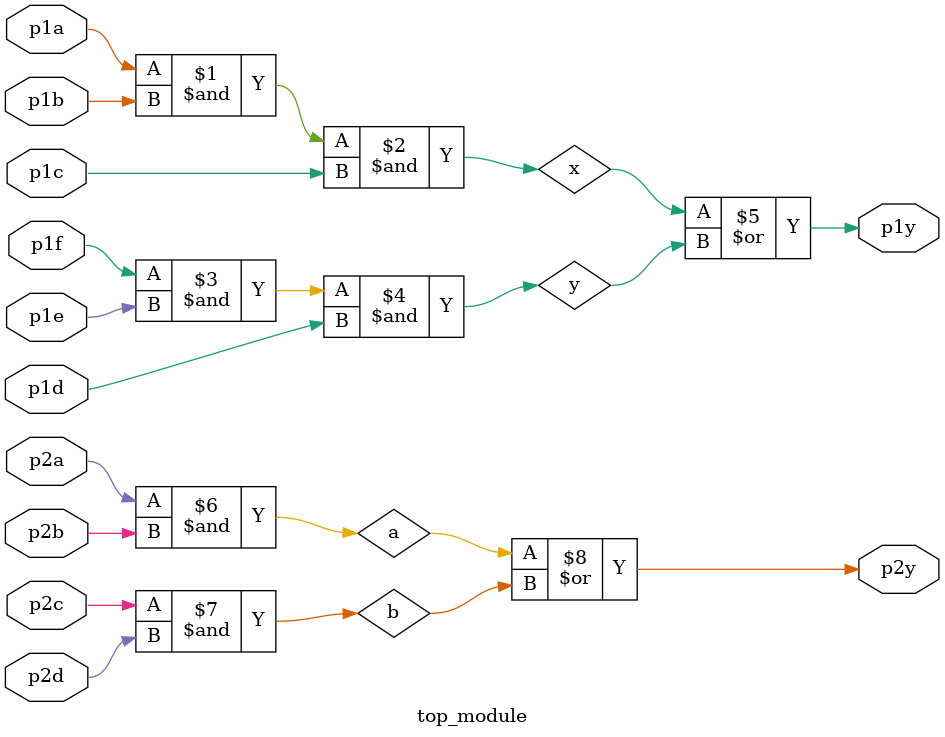
<source format=v>
module top_module ( 
    input p1a, p1b, p1c, p1d, p1e, p1f,
    output p1y,
    input p2a, p2b, p2c, p2d,
    output p2y );
    wire x,y,a,b;
    and(x,p1a,p1b,p1c);
    and(y,p1f,p1e,p1d);
    or(p1y,x,y);
    and(a,p2a,p2b);
    and(b,p2c,p2d);
    or(p2y,a,b);
endmodule

</source>
